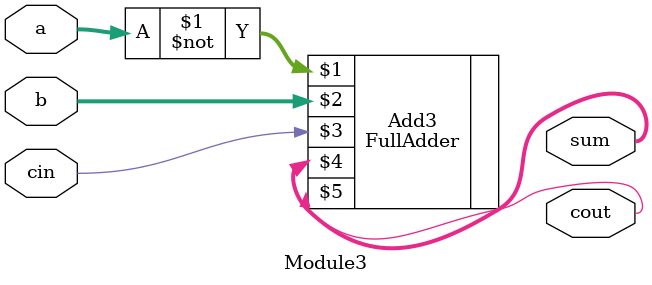
<source format=v>
module Module3(a, b, cin, sum, cout);
   input [3:0] a, b;
   input cin;
   output [3:0] sum;
   output cout;
   FullAdder Add3(~a, b, cin, sum, cout);
endmodule 
</source>
